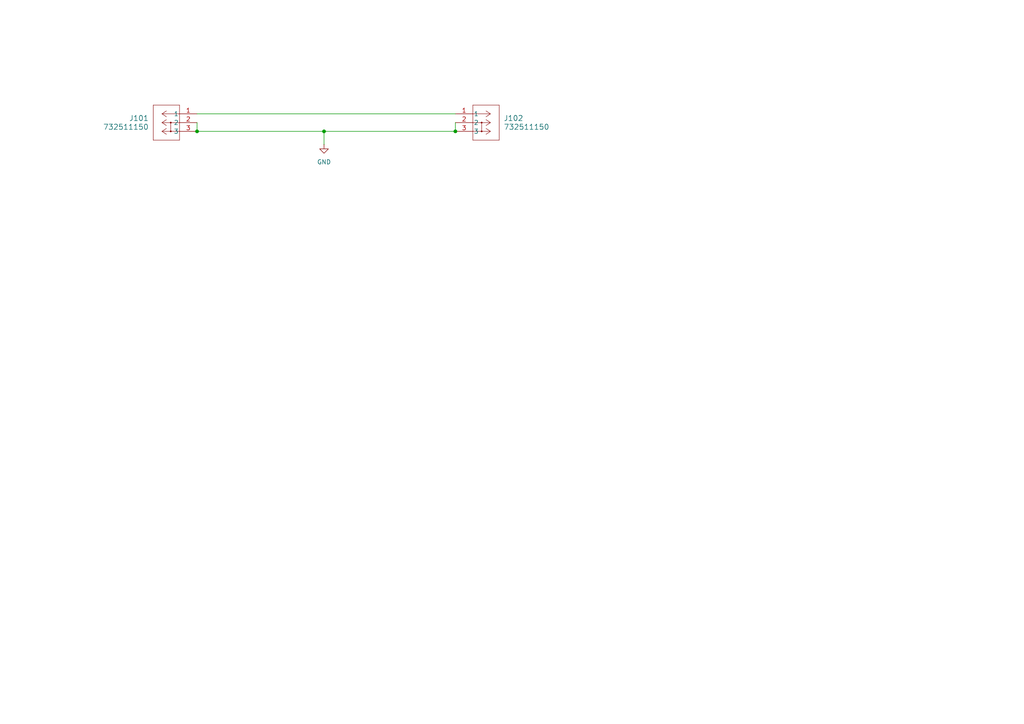
<source format=kicad_sch>
(kicad_sch
	(version 20250114)
	(generator "eeschema")
	(generator_version "9.0")
	(uuid "f9e678ca-df14-4bb3-b1cb-0c908e5f83a1")
	(paper "A4")
	(lib_symbols
		(symbol "2025-03-28_09-11-02:732511150"
			(pin_names
				(offset 0.254)
			)
			(exclude_from_sim no)
			(in_bom yes)
			(on_board yes)
			(property "Reference" "J"
				(at 8.89 6.35 0)
				(effects
					(font
						(size 1.524 1.524)
					)
				)
			)
			(property "Value" "732511150"
				(at 0 0 0)
				(effects
					(font
						(size 1.524 1.524)
					)
				)
			)
			(property "Footprint" "CONN_73251-1150_MOL"
				(at 0 0 0)
				(effects
					(font
						(size 1.27 1.27)
						(italic yes)
					)
					(hide yes)
				)
			)
			(property "Datasheet" "732511150"
				(at 0 0 0)
				(effects
					(font
						(size 1.27 1.27)
						(italic yes)
					)
					(hide yes)
				)
			)
			(property "Description" ""
				(at 0 0 0)
				(effects
					(font
						(size 1.27 1.27)
					)
					(hide yes)
				)
			)
			(property "ki_locked" ""
				(at 0 0 0)
				(effects
					(font
						(size 1.27 1.27)
					)
				)
			)
			(property "ki_keywords" "732511150"
				(at 0 0 0)
				(effects
					(font
						(size 1.27 1.27)
					)
					(hide yes)
				)
			)
			(property "ki_fp_filters" "CONN_73251-1150_MOL"
				(at 0 0 0)
				(effects
					(font
						(size 1.27 1.27)
					)
					(hide yes)
				)
			)
			(symbol "732511150_1_1"
				(polyline
					(pts
						(xy 5.08 2.54) (xy 5.08 -7.62)
					)
					(stroke
						(width 0.127)
						(type default)
					)
					(fill
						(type none)
					)
				)
				(polyline
					(pts
						(xy 5.08 -7.62) (xy 12.7 -7.62)
					)
					(stroke
						(width 0.127)
						(type default)
					)
					(fill
						(type none)
					)
				)
				(polyline
					(pts
						(xy 7.62 -2.54) (xy 7.62 -5.08)
					)
					(stroke
						(width 0.127)
						(type default)
					)
					(fill
						(type none)
					)
				)
				(circle
					(center 7.62 -2.54)
					(radius 0.127)
					(stroke
						(width 0.254)
						(type default)
					)
					(fill
						(type none)
					)
				)
				(circle
					(center 7.62 -5.08)
					(radius 0.127)
					(stroke
						(width 0.254)
						(type default)
					)
					(fill
						(type none)
					)
				)
				(polyline
					(pts
						(xy 10.16 0) (xy 5.08 0)
					)
					(stroke
						(width 0.127)
						(type default)
					)
					(fill
						(type none)
					)
				)
				(polyline
					(pts
						(xy 10.16 0) (xy 8.89 0.8467)
					)
					(stroke
						(width 0.127)
						(type default)
					)
					(fill
						(type none)
					)
				)
				(polyline
					(pts
						(xy 10.16 0) (xy 8.89 -0.8467)
					)
					(stroke
						(width 0.127)
						(type default)
					)
					(fill
						(type none)
					)
				)
				(polyline
					(pts
						(xy 10.16 -2.54) (xy 5.08 -2.54)
					)
					(stroke
						(width 0.127)
						(type default)
					)
					(fill
						(type none)
					)
				)
				(polyline
					(pts
						(xy 10.16 -2.54) (xy 8.89 -1.6933)
					)
					(stroke
						(width 0.127)
						(type default)
					)
					(fill
						(type none)
					)
				)
				(polyline
					(pts
						(xy 10.16 -2.54) (xy 8.89 -3.3867)
					)
					(stroke
						(width 0.127)
						(type default)
					)
					(fill
						(type none)
					)
				)
				(polyline
					(pts
						(xy 10.16 -5.08) (xy 5.08 -5.08)
					)
					(stroke
						(width 0.127)
						(type default)
					)
					(fill
						(type none)
					)
				)
				(polyline
					(pts
						(xy 10.16 -5.08) (xy 8.89 -4.2333)
					)
					(stroke
						(width 0.127)
						(type default)
					)
					(fill
						(type none)
					)
				)
				(polyline
					(pts
						(xy 10.16 -5.08) (xy 8.89 -5.9267)
					)
					(stroke
						(width 0.127)
						(type default)
					)
					(fill
						(type none)
					)
				)
				(polyline
					(pts
						(xy 12.7 2.54) (xy 5.08 2.54)
					)
					(stroke
						(width 0.127)
						(type default)
					)
					(fill
						(type none)
					)
				)
				(polyline
					(pts
						(xy 12.7 -7.62) (xy 12.7 2.54)
					)
					(stroke
						(width 0.127)
						(type default)
					)
					(fill
						(type none)
					)
				)
				(pin unspecified line
					(at 0 0 0)
					(length 5.08)
					(name "1"
						(effects
							(font
								(size 1.27 1.27)
							)
						)
					)
					(number "1"
						(effects
							(font
								(size 1.27 1.27)
							)
						)
					)
				)
				(pin unspecified line
					(at 0 -2.54 0)
					(length 5.08)
					(name "2"
						(effects
							(font
								(size 1.27 1.27)
							)
						)
					)
					(number "2"
						(effects
							(font
								(size 1.27 1.27)
							)
						)
					)
				)
				(pin unspecified line
					(at 0 -5.08 0)
					(length 5.08)
					(name "3"
						(effects
							(font
								(size 1.27 1.27)
							)
						)
					)
					(number "3"
						(effects
							(font
								(size 1.27 1.27)
							)
						)
					)
				)
			)
			(symbol "732511150_1_2"
				(polyline
					(pts
						(xy 5.08 2.54) (xy 5.08 -7.62)
					)
					(stroke
						(width 0.127)
						(type default)
					)
					(fill
						(type none)
					)
				)
				(polyline
					(pts
						(xy 5.08 -7.62) (xy 12.7 -7.62)
					)
					(stroke
						(width 0.127)
						(type default)
					)
					(fill
						(type none)
					)
				)
				(polyline
					(pts
						(xy 6.35 -2.54) (xy 6.35 -5.08)
					)
					(stroke
						(width 0.127)
						(type default)
					)
					(fill
						(type none)
					)
				)
				(circle
					(center 6.35 -2.54)
					(radius 0.127)
					(stroke
						(width 0.254)
						(type default)
					)
					(fill
						(type none)
					)
				)
				(circle
					(center 6.35 -5.08)
					(radius 0.127)
					(stroke
						(width 0.254)
						(type default)
					)
					(fill
						(type none)
					)
				)
				(polyline
					(pts
						(xy 7.62 0) (xy 5.08 0)
					)
					(stroke
						(width 0.127)
						(type default)
					)
					(fill
						(type none)
					)
				)
				(polyline
					(pts
						(xy 7.62 0) (xy 8.89 0.8467)
					)
					(stroke
						(width 0.127)
						(type default)
					)
					(fill
						(type none)
					)
				)
				(polyline
					(pts
						(xy 7.62 0) (xy 8.89 -0.8467)
					)
					(stroke
						(width 0.127)
						(type default)
					)
					(fill
						(type none)
					)
				)
				(polyline
					(pts
						(xy 7.62 -2.54) (xy 5.08 -2.54)
					)
					(stroke
						(width 0.127)
						(type default)
					)
					(fill
						(type none)
					)
				)
				(polyline
					(pts
						(xy 7.62 -2.54) (xy 8.89 -1.6933)
					)
					(stroke
						(width 0.127)
						(type default)
					)
					(fill
						(type none)
					)
				)
				(polyline
					(pts
						(xy 7.62 -2.54) (xy 8.89 -3.3867)
					)
					(stroke
						(width 0.127)
						(type default)
					)
					(fill
						(type none)
					)
				)
				(polyline
					(pts
						(xy 7.62 -5.08) (xy 5.08 -5.08)
					)
					(stroke
						(width 0.127)
						(type default)
					)
					(fill
						(type none)
					)
				)
				(polyline
					(pts
						(xy 7.62 -5.08) (xy 8.89 -4.2333)
					)
					(stroke
						(width 0.127)
						(type default)
					)
					(fill
						(type none)
					)
				)
				(polyline
					(pts
						(xy 7.62 -5.08) (xy 8.89 -5.9267)
					)
					(stroke
						(width 0.127)
						(type default)
					)
					(fill
						(type none)
					)
				)
				(polyline
					(pts
						(xy 12.7 2.54) (xy 5.08 2.54)
					)
					(stroke
						(width 0.127)
						(type default)
					)
					(fill
						(type none)
					)
				)
				(polyline
					(pts
						(xy 12.7 -7.62) (xy 12.7 2.54)
					)
					(stroke
						(width 0.127)
						(type default)
					)
					(fill
						(type none)
					)
				)
				(pin unspecified line
					(at 0 0 0)
					(length 5.08)
					(name "1"
						(effects
							(font
								(size 1.27 1.27)
							)
						)
					)
					(number "1"
						(effects
							(font
								(size 1.27 1.27)
							)
						)
					)
				)
				(pin unspecified line
					(at 0 -2.54 0)
					(length 5.08)
					(name "2"
						(effects
							(font
								(size 1.27 1.27)
							)
						)
					)
					(number "2"
						(effects
							(font
								(size 1.27 1.27)
							)
						)
					)
				)
				(pin unspecified line
					(at 0 -5.08 0)
					(length 5.08)
					(name "3"
						(effects
							(font
								(size 1.27 1.27)
							)
						)
					)
					(number "3"
						(effects
							(font
								(size 1.27 1.27)
							)
						)
					)
				)
			)
			(embedded_fonts no)
		)
		(symbol "power:GND"
			(power)
			(pin_numbers
				(hide yes)
			)
			(pin_names
				(offset 0)
				(hide yes)
			)
			(exclude_from_sim no)
			(in_bom yes)
			(on_board yes)
			(property "Reference" "#PWR"
				(at 0 -6.35 0)
				(effects
					(font
						(size 1.27 1.27)
					)
					(hide yes)
				)
			)
			(property "Value" "GND"
				(at 0 -3.81 0)
				(effects
					(font
						(size 1.27 1.27)
					)
				)
			)
			(property "Footprint" ""
				(at 0 0 0)
				(effects
					(font
						(size 1.27 1.27)
					)
					(hide yes)
				)
			)
			(property "Datasheet" ""
				(at 0 0 0)
				(effects
					(font
						(size 1.27 1.27)
					)
					(hide yes)
				)
			)
			(property "Description" "Power symbol creates a global label with name \"GND\" , ground"
				(at 0 0 0)
				(effects
					(font
						(size 1.27 1.27)
					)
					(hide yes)
				)
			)
			(property "ki_keywords" "global power"
				(at 0 0 0)
				(effects
					(font
						(size 1.27 1.27)
					)
					(hide yes)
				)
			)
			(symbol "GND_0_1"
				(polyline
					(pts
						(xy 0 0) (xy 0 -1.27) (xy 1.27 -1.27) (xy 0 -2.54) (xy -1.27 -1.27) (xy 0 -1.27)
					)
					(stroke
						(width 0)
						(type default)
					)
					(fill
						(type none)
					)
				)
			)
			(symbol "GND_1_1"
				(pin power_in line
					(at 0 0 270)
					(length 0)
					(name "~"
						(effects
							(font
								(size 1.27 1.27)
							)
						)
					)
					(number "1"
						(effects
							(font
								(size 1.27 1.27)
							)
						)
					)
				)
			)
			(embedded_fonts no)
		)
	)
	(junction
		(at 57.15 38.1)
		(diameter 0)
		(color 0 0 0 0)
		(uuid "2c68832d-b93b-46c7-827e-e823cc090411")
	)
	(junction
		(at 93.98 38.1)
		(diameter 0)
		(color 0 0 0 0)
		(uuid "33f622de-227e-4c77-ab0c-57ff2914ff60")
	)
	(junction
		(at 132.08 38.1)
		(diameter 0)
		(color 0 0 0 0)
		(uuid "887de978-c83d-4d37-8bc6-a0abbf81de44")
	)
	(wire
		(pts
			(xy 132.08 35.56) (xy 132.08 38.1)
		)
		(stroke
			(width 0)
			(type default)
		)
		(uuid "2e79d78b-6893-4d75-88f7-46ec04b89957")
	)
	(wire
		(pts
			(xy 57.15 33.02) (xy 132.08 33.02)
		)
		(stroke
			(width 0)
			(type default)
		)
		(uuid "380d4450-4482-4583-9005-c2dd251c8e58")
	)
	(wire
		(pts
			(xy 57.15 35.56) (xy 57.15 38.1)
		)
		(stroke
			(width 0)
			(type default)
		)
		(uuid "515a27e4-9b25-49be-a808-155ba48f13cc")
	)
	(wire
		(pts
			(xy 93.98 38.1) (xy 57.15 38.1)
		)
		(stroke
			(width 0)
			(type default)
		)
		(uuid "6a7bfe41-e0fb-4d37-a62e-fc3223fdf0e8")
	)
	(wire
		(pts
			(xy 93.98 38.1) (xy 93.98 41.91)
		)
		(stroke
			(width 0)
			(type default)
		)
		(uuid "a8b73c7c-c42e-409c-aaa1-ec13f4e0a776")
	)
	(wire
		(pts
			(xy 132.08 38.1) (xy 93.98 38.1)
		)
		(stroke
			(width 0)
			(type default)
		)
		(uuid "e1d8fc7c-8ac5-442d-a6a3-e9eaaf8ab7e9")
	)
	(symbol
		(lib_id "2025-03-28_09-11-02:732511150")
		(at 132.08 33.02 0)
		(unit 1)
		(exclude_from_sim no)
		(in_bom yes)
		(on_board yes)
		(dnp no)
		(fields_autoplaced yes)
		(uuid "4d827d70-7ede-4446-a7b7-7e8e0f976527")
		(property "Reference" "J102"
			(at 146.05 34.2899 0)
			(effects
				(font
					(size 1.524 1.524)
				)
				(justify left)
			)
		)
		(property "Value" "732511150"
			(at 146.05 36.8299 0)
			(effects
				(font
					(size 1.524 1.524)
				)
				(justify left)
			)
		)
		(property "Footprint" "CONN_73251-1150_MOL"
			(at 132.08 33.02 0)
			(effects
				(font
					(size 1.27 1.27)
					(italic yes)
				)
				(hide yes)
			)
		)
		(property "Datasheet" "732511150"
			(at 132.08 33.02 0)
			(effects
				(font
					(size 1.27 1.27)
					(italic yes)
				)
				(hide yes)
			)
		)
		(property "Description" ""
			(at 132.08 33.02 0)
			(effects
				(font
					(size 1.27 1.27)
				)
				(hide yes)
			)
		)
		(pin "1"
			(uuid "b5c4d4b0-dfea-43a3-b6f7-ccd0085f1533")
		)
		(pin "3"
			(uuid "742cfc82-8ed3-4079-96ea-eafab41293d8")
		)
		(pin "2"
			(uuid "f23baa13-624f-4ca6-91af-ddadae77b8fa")
		)
		(instances
			(project "ANTENNA_MATCH"
				(path "/f9e678ca-df14-4bb3-b1cb-0c908e5f83a1"
					(reference "J102")
					(unit 1)
				)
			)
		)
	)
	(symbol
		(lib_id "power:GND")
		(at 93.98 41.91 0)
		(unit 1)
		(exclude_from_sim no)
		(in_bom yes)
		(on_board yes)
		(dnp no)
		(fields_autoplaced yes)
		(uuid "9eb63c2a-d145-4d18-8e98-d2aee7a7a849")
		(property "Reference" "#PWR0101"
			(at 93.98 48.26 0)
			(effects
				(font
					(size 1.27 1.27)
				)
				(hide yes)
			)
		)
		(property "Value" "GND"
			(at 93.98 46.99 0)
			(effects
				(font
					(size 1.27 1.27)
				)
			)
		)
		(property "Footprint" ""
			(at 93.98 41.91 0)
			(effects
				(font
					(size 1.27 1.27)
				)
				(hide yes)
			)
		)
		(property "Datasheet" ""
			(at 93.98 41.91 0)
			(effects
				(font
					(size 1.27 1.27)
				)
				(hide yes)
			)
		)
		(property "Description" "Power symbol creates a global label with name \"GND\" , ground"
			(at 93.98 41.91 0)
			(effects
				(font
					(size 1.27 1.27)
				)
				(hide yes)
			)
		)
		(pin "1"
			(uuid "144f4c44-7afc-46c9-aa1c-2c6697e7c5ac")
		)
		(instances
			(project ""
				(path "/f9e678ca-df14-4bb3-b1cb-0c908e5f83a1"
					(reference "#PWR0101")
					(unit 1)
				)
			)
		)
	)
	(symbol
		(lib_id "2025-03-28_09-11-02:732511150")
		(at 57.15 33.02 0)
		(mirror y)
		(unit 1)
		(exclude_from_sim no)
		(in_bom yes)
		(on_board yes)
		(dnp no)
		(uuid "de020047-d291-471c-9ef9-27260612f852")
		(property "Reference" "J101"
			(at 43.18 34.2899 0)
			(effects
				(font
					(size 1.524 1.524)
				)
				(justify left)
			)
		)
		(property "Value" "732511150"
			(at 43.18 36.8299 0)
			(effects
				(font
					(size 1.524 1.524)
				)
				(justify left)
			)
		)
		(property "Footprint" "CONN_73251-1150_MOL"
			(at 57.15 33.02 0)
			(effects
				(font
					(size 1.27 1.27)
					(italic yes)
				)
				(hide yes)
			)
		)
		(property "Datasheet" "732511150"
			(at 57.15 33.02 0)
			(effects
				(font
					(size 1.27 1.27)
					(italic yes)
				)
				(hide yes)
			)
		)
		(property "Description" ""
			(at 57.15 33.02 0)
			(effects
				(font
					(size 1.27 1.27)
				)
				(hide yes)
			)
		)
		(pin "1"
			(uuid "b0261b68-f392-4f2e-a3e9-a6b24e874ba3")
		)
		(pin "3"
			(uuid "6c7bfc16-4f52-46c8-a4bf-b02cb302d52d")
		)
		(pin "2"
			(uuid "f7c47dae-c199-439d-885b-ff6f5029c90a")
		)
		(instances
			(project ""
				(path "/f9e678ca-df14-4bb3-b1cb-0c908e5f83a1"
					(reference "J101")
					(unit 1)
				)
			)
		)
	)
	(sheet_instances
		(path "/"
			(page "1")
		)
	)
	(embedded_fonts no)
)

</source>
